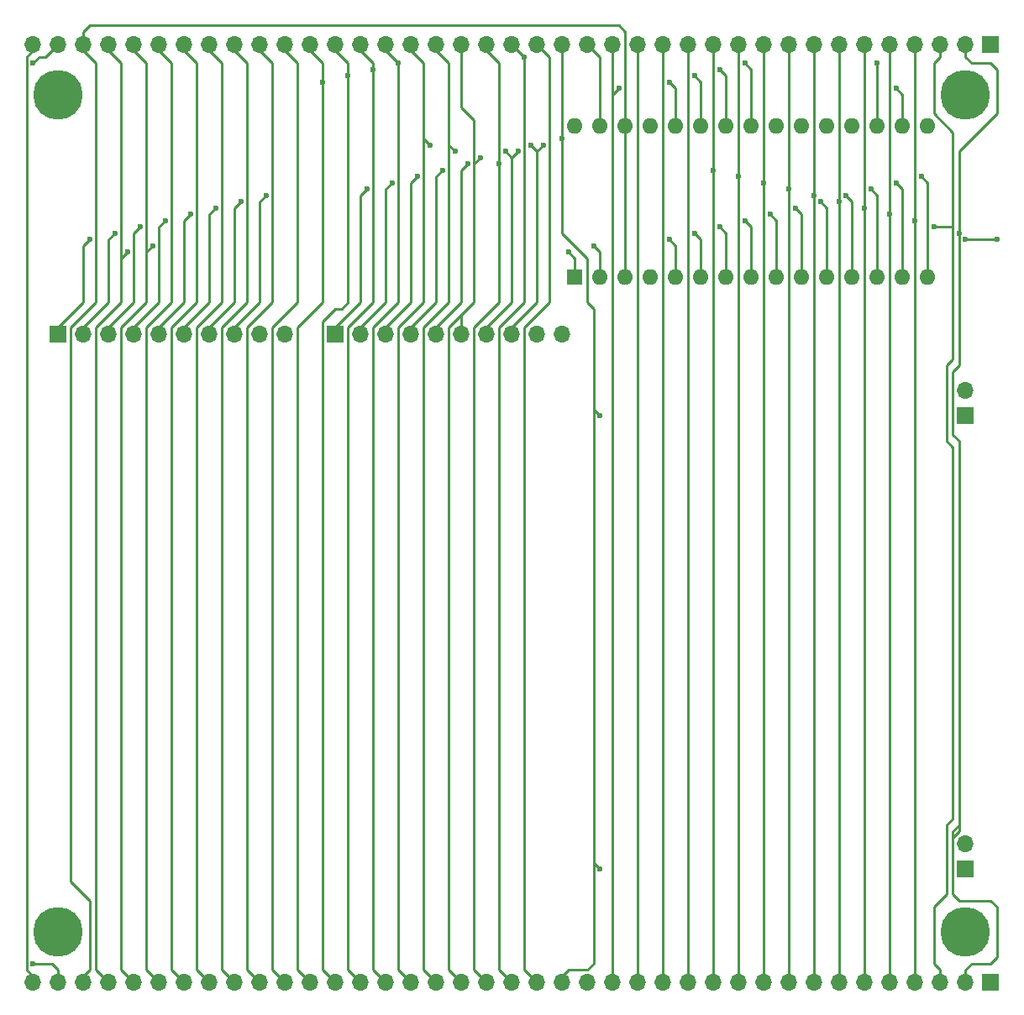
<source format=gtl>
G04 #@! TF.GenerationSoftware,KiCad,Pcbnew,(5.1.5)-3*
G04 #@! TF.CreationDate,2020-03-10T22:42:51+01:00*
G04 #@! TF.ProjectId,PP Arduino,50502041-7264-4756-996e-6f2e6b696361,rev?*
G04 #@! TF.SameCoordinates,Original*
G04 #@! TF.FileFunction,Copper,L1,Top*
G04 #@! TF.FilePolarity,Positive*
%FSLAX46Y46*%
G04 Gerber Fmt 4.6, Leading zero omitted, Abs format (unit mm)*
G04 Created by KiCad (PCBNEW (5.1.5)-3) date 2020-03-10 22:42:51*
%MOMM*%
%LPD*%
G04 APERTURE LIST*
%ADD10R,1.700000X1.700000*%
%ADD11O,1.700000X1.700000*%
%ADD12C,5.000000*%
%ADD13R,1.600000X1.600000*%
%ADD14O,1.600000X1.600000*%
%ADD15C,0.600000*%
%ADD16C,0.250000*%
G04 APERTURE END LIST*
D10*
X198120000Y-145415000D03*
D11*
X195580000Y-145415000D03*
X193040000Y-145415000D03*
X190500000Y-145415000D03*
X187960000Y-145415000D03*
X185420000Y-145415000D03*
X182880000Y-145415000D03*
X180340000Y-145415000D03*
X177800000Y-145415000D03*
X175260000Y-145415000D03*
X172720000Y-145415000D03*
X170180000Y-145415000D03*
X167640000Y-145415000D03*
X165100000Y-145415000D03*
X162560000Y-145415000D03*
X160020000Y-145415000D03*
X157480000Y-145415000D03*
X154940000Y-145415000D03*
X152400000Y-145415000D03*
X149860000Y-145415000D03*
X147320000Y-145415000D03*
X144780000Y-145415000D03*
X142240000Y-145415000D03*
X139700000Y-145415000D03*
X137160000Y-145415000D03*
X134620000Y-145415000D03*
X132080000Y-145415000D03*
X129540000Y-145415000D03*
X127000000Y-145415000D03*
X124460000Y-145415000D03*
X121920000Y-145415000D03*
X119380000Y-145415000D03*
X116840000Y-145415000D03*
X114300000Y-145415000D03*
X111760000Y-145415000D03*
X109220000Y-145415000D03*
X106680000Y-145415000D03*
X104140000Y-145415000D03*
X101600000Y-145415000D03*
D12*
X104140000Y-140335000D03*
X195580000Y-140335000D03*
X195580000Y-55880000D03*
X104140000Y-55880000D03*
D10*
X198120000Y-50800000D03*
D11*
X195580000Y-50800000D03*
X193040000Y-50800000D03*
X190500000Y-50800000D03*
X187960000Y-50800000D03*
X185420000Y-50800000D03*
X182880000Y-50800000D03*
X180340000Y-50800000D03*
X177800000Y-50800000D03*
X175260000Y-50800000D03*
X172720000Y-50800000D03*
X170180000Y-50800000D03*
X167640000Y-50800000D03*
X165100000Y-50800000D03*
X162560000Y-50800000D03*
X160020000Y-50800000D03*
X157480000Y-50800000D03*
X154940000Y-50800000D03*
X152400000Y-50800000D03*
X149860000Y-50800000D03*
X147320000Y-50800000D03*
X144780000Y-50800000D03*
X142240000Y-50800000D03*
X139700000Y-50800000D03*
X137160000Y-50800000D03*
X134620000Y-50800000D03*
X132080000Y-50800000D03*
X129540000Y-50800000D03*
X127000000Y-50800000D03*
X124460000Y-50800000D03*
X121920000Y-50800000D03*
X119380000Y-50800000D03*
X116840000Y-50800000D03*
X114300000Y-50800000D03*
X111760000Y-50800000D03*
X109220000Y-50800000D03*
X106680000Y-50800000D03*
X104140000Y-50800000D03*
X101600000Y-50800000D03*
D10*
X104140000Y-80010000D03*
D11*
X106680000Y-80010000D03*
X109220000Y-80010000D03*
X111760000Y-80010000D03*
X114300000Y-80010000D03*
X116840000Y-80010000D03*
X119380000Y-80010000D03*
X121920000Y-80010000D03*
X124460000Y-80010000D03*
X127000000Y-80010000D03*
D10*
X132080000Y-80010000D03*
D11*
X134620000Y-80010000D03*
X137160000Y-80010000D03*
X139700000Y-80010000D03*
X142240000Y-80010000D03*
X144780000Y-80010000D03*
X147320000Y-80010000D03*
X149860000Y-80010000D03*
X152400000Y-80010000D03*
X154940000Y-80010000D03*
D10*
X195580000Y-133985000D03*
D11*
X195580000Y-131445000D03*
D10*
X195580000Y-88265000D03*
D11*
X195580000Y-85725000D03*
D13*
X156210000Y-74295000D03*
D14*
X189230000Y-59055000D03*
X158750000Y-74295000D03*
X186690000Y-59055000D03*
X161290000Y-74295000D03*
X184150000Y-59055000D03*
X163830000Y-74295000D03*
X181610000Y-59055000D03*
X166370000Y-74295000D03*
X179070000Y-59055000D03*
X168910000Y-74295000D03*
X176530000Y-59055000D03*
X171450000Y-74295000D03*
X173990000Y-59055000D03*
X173990000Y-74295000D03*
X171450000Y-59055000D03*
X176530000Y-74295000D03*
X168910000Y-59055000D03*
X179070000Y-74295000D03*
X166370000Y-59055000D03*
X181610000Y-74295000D03*
X163830000Y-59055000D03*
X184150000Y-74295000D03*
X161290000Y-59055000D03*
X186690000Y-74295000D03*
X158750000Y-59055000D03*
X189230000Y-74295000D03*
X156210000Y-59055000D03*
X191770000Y-74295000D03*
X191770000Y-59055000D03*
D15*
X154940000Y-60325000D03*
X158750000Y-133985000D03*
X158750000Y-88265000D03*
X165735000Y-54610000D03*
X130810000Y-54610000D03*
X168275000Y-53975000D03*
X133350000Y-53975000D03*
X170815000Y-53340000D03*
X135890000Y-53340000D03*
X138430000Y-52705000D03*
X173355000Y-52705000D03*
X141605000Y-60960000D03*
X151765000Y-60960000D03*
X153035000Y-60960000D03*
X144145000Y-61595000D03*
X149225000Y-61595000D03*
X150495000Y-61595000D03*
X146685000Y-62230000D03*
X145415000Y-62865000D03*
X148590000Y-62865000D03*
X195580000Y-70485000D03*
X198755000Y-70485000D03*
X107315000Y-70485000D03*
X165735000Y-70485000D03*
X194945000Y-69850000D03*
X168275000Y-69850000D03*
X109855000Y-69850000D03*
X170815000Y-69215000D03*
X192405000Y-69215000D03*
X112395000Y-69215000D03*
X114935000Y-68580000D03*
X190500000Y-68580000D03*
X173355000Y-68580000D03*
X175895000Y-67945000D03*
X117475000Y-67945000D03*
X187960000Y-67945000D03*
X178435000Y-67310000D03*
X120015000Y-67310000D03*
X185420000Y-67310000D03*
X111125000Y-71755000D03*
X155575000Y-71755000D03*
X113665000Y-71120000D03*
X158115000Y-71120000D03*
X151130000Y-52070000D03*
X186690000Y-52705000D03*
X180975000Y-66675000D03*
X122555000Y-66675000D03*
X182880000Y-66675000D03*
X183515000Y-66040000D03*
X125095000Y-66040000D03*
X180340000Y-66040000D03*
X186055000Y-65405000D03*
X135255000Y-65405000D03*
X177800000Y-65405000D03*
X188595000Y-64770000D03*
X137795000Y-64770000D03*
X175260000Y-64770000D03*
X191135000Y-64135000D03*
X140335000Y-64135000D03*
X172720000Y-64135000D03*
X142875000Y-63500000D03*
X170180000Y-63500000D03*
X101600000Y-143510000D03*
X101600000Y-52705000D03*
X188595000Y-55245000D03*
X160655000Y-55245000D03*
D16*
X158750000Y-59055000D02*
X158750000Y-52070000D01*
X158750000Y-52070000D02*
X157480000Y-50800000D01*
X154940000Y-50800000D02*
X154940000Y-60325000D01*
X154940000Y-60325000D02*
X154940000Y-69850000D01*
X154940000Y-69850000D02*
X157480000Y-72390000D01*
X158115000Y-87630000D02*
X158115000Y-77470000D01*
X158115000Y-77470000D02*
X157480000Y-76835000D01*
X157480000Y-76835000D02*
X157480000Y-72390000D01*
X154940000Y-145415000D02*
X154940000Y-144780000D01*
X154940000Y-144780000D02*
X155575000Y-144145000D01*
X158115000Y-143510000D02*
X158115000Y-142875000D01*
X157480000Y-144145000D02*
X158115000Y-143510000D01*
X155575000Y-144145000D02*
X157480000Y-144145000D01*
X158115000Y-133350000D02*
X158115000Y-142875000D01*
X158115000Y-87630000D02*
X158115000Y-133350000D01*
X158115000Y-133350000D02*
X158750000Y-133985000D01*
X158115000Y-87630000D02*
X158750000Y-88265000D01*
X166370000Y-55245000D02*
X165735000Y-54610000D01*
X166370000Y-55245000D02*
X166370000Y-59055000D01*
X128270000Y-79375000D02*
X128270000Y-144145000D01*
X128270000Y-144145000D02*
X129540000Y-145415000D01*
X130810000Y-64770000D02*
X130810000Y-76835000D01*
X130810000Y-76835000D02*
X128270000Y-79375000D01*
X129540000Y-51435000D02*
X130810000Y-52705000D01*
X130810000Y-62865000D02*
X130810000Y-64135000D01*
X130810000Y-52705000D02*
X130810000Y-54610000D01*
X130810000Y-54610000D02*
X130810000Y-62865000D01*
X130810000Y-64135000D02*
X130810000Y-64770000D01*
X129540000Y-50800000D02*
X129540000Y-51435000D01*
X168910000Y-54610000D02*
X168275000Y-53975000D01*
X168910000Y-54610000D02*
X168910000Y-59055000D01*
X132080000Y-77470000D02*
X132715000Y-77470000D01*
X132715000Y-77470000D02*
X133350000Y-76835000D01*
X130810000Y-83185000D02*
X130810000Y-78740000D01*
X130810000Y-144145000D02*
X132080000Y-145415000D01*
X130810000Y-83185000D02*
X130810000Y-144145000D01*
X130810000Y-78740000D02*
X132080000Y-77470000D01*
X133350000Y-64770000D02*
X133350000Y-76835000D01*
X133350000Y-62865000D02*
X133350000Y-63500000D01*
X133350000Y-63500000D02*
X133350000Y-64770000D01*
X133350000Y-52705000D02*
X133350000Y-53975000D01*
X133350000Y-53975000D02*
X133350000Y-62865000D01*
X132080000Y-51435000D02*
X133350000Y-52705000D01*
X132080000Y-50800000D02*
X132080000Y-51435000D01*
X171450000Y-53975000D02*
X170815000Y-53340000D01*
X171450000Y-53975000D02*
X171450000Y-59055000D01*
X134620000Y-145415000D02*
X133350000Y-144145000D01*
X135890000Y-76200000D02*
X135890000Y-76835000D01*
X135890000Y-52705000D02*
X135890000Y-53340000D01*
X135890000Y-53340000D02*
X135890000Y-76200000D01*
X135890000Y-52705000D02*
X134620000Y-51435000D01*
X135890000Y-76835000D02*
X133350000Y-79375000D01*
X133350000Y-144145000D02*
X133350000Y-79375000D01*
X134620000Y-50800000D02*
X134620000Y-51435000D01*
X173990000Y-59055000D02*
X173990000Y-53340000D01*
X173990000Y-53340000D02*
X173355000Y-52705000D01*
X135890000Y-79375000D02*
X135890000Y-144145000D01*
X138430000Y-76835000D02*
X135890000Y-79375000D01*
X137160000Y-51435000D02*
X138430000Y-52705000D01*
X138430000Y-52705000D02*
X138430000Y-76200000D01*
X138430000Y-76200000D02*
X138430000Y-76835000D01*
X135890000Y-144145000D02*
X137160000Y-145415000D01*
X137160000Y-50800000D02*
X137160000Y-51435000D01*
X152400000Y-61595000D02*
X151765000Y-60960000D01*
X141605000Y-60960000D02*
X140970000Y-60325000D01*
X152400000Y-76835000D02*
X152400000Y-61595000D01*
X152400000Y-76835000D02*
X149860000Y-79375000D01*
X153035000Y-60960000D02*
X152400000Y-61595000D01*
X149860000Y-80010000D02*
X149860000Y-79375000D01*
X138430000Y-79375000D02*
X138430000Y-144145000D01*
X138430000Y-144145000D02*
X139700000Y-145415000D01*
X140970000Y-62230000D02*
X140970000Y-76835000D01*
X140970000Y-60325000D02*
X140970000Y-62230000D01*
X140970000Y-76835000D02*
X138430000Y-79375000D01*
X140970000Y-52705000D02*
X140970000Y-60325000D01*
X139700000Y-51435000D02*
X140970000Y-52705000D01*
X139700000Y-50800000D02*
X139700000Y-51435000D01*
X149860000Y-62230000D02*
X149225000Y-61595000D01*
X144145000Y-61595000D02*
X143510000Y-60960000D01*
X147320000Y-80010000D02*
X147320000Y-79375000D01*
X147320000Y-79375000D02*
X149860000Y-76835000D01*
X149860000Y-76835000D02*
X149860000Y-62230000D01*
X149860000Y-62230000D02*
X150495000Y-61595000D01*
X142240000Y-145415000D02*
X140970000Y-144145000D01*
X140970000Y-144145000D02*
X140970000Y-79375000D01*
X143510000Y-60960000D02*
X143510000Y-76835000D01*
X143510000Y-76835000D02*
X140970000Y-79375000D01*
X143510000Y-52705000D02*
X143510000Y-60960000D01*
X143510000Y-52705000D02*
X142240000Y-51435000D01*
X142240000Y-50800000D02*
X142240000Y-51435000D01*
X146050000Y-62865000D02*
X146685000Y-62230000D01*
X144780000Y-80010000D02*
X144780000Y-78105000D01*
X144780000Y-57150000D02*
X144780000Y-50800000D01*
X143510000Y-79375000D02*
X143510000Y-144145000D01*
X143510000Y-144145000D02*
X144780000Y-145415000D01*
X146050000Y-76835000D02*
X144780000Y-78105000D01*
X144780000Y-78105000D02*
X143510000Y-79375000D01*
X144780000Y-50800000D02*
X144780000Y-51435000D01*
X144780000Y-57150000D02*
X146050000Y-58420000D01*
X146050000Y-58420000D02*
X146050000Y-62865000D01*
X146050000Y-62865000D02*
X146050000Y-76835000D01*
X142240000Y-80010000D02*
X142240000Y-79375000D01*
X142240000Y-79375000D02*
X144780000Y-76835000D01*
X144780000Y-76835000D02*
X144780000Y-63500000D01*
X144780000Y-63500000D02*
X145415000Y-62865000D01*
X147320000Y-50165000D02*
X147320000Y-50800000D01*
X146050000Y-79375000D02*
X146050000Y-144145000D01*
X148590000Y-76835000D02*
X146050000Y-79375000D01*
X148590000Y-52705000D02*
X148590000Y-62865000D01*
X148590000Y-62865000D02*
X148590000Y-76835000D01*
X147320000Y-51435000D02*
X148590000Y-52705000D01*
X146050000Y-144145000D02*
X147320000Y-145415000D01*
X147320000Y-50800000D02*
X147320000Y-51435000D01*
X198755000Y-70485000D02*
X198120000Y-70485000D01*
X195580000Y-70485000D02*
X198120000Y-70485000D01*
X104140000Y-80010000D02*
X104140000Y-79375000D01*
X104140000Y-79375000D02*
X106680000Y-76835000D01*
X106680000Y-71120000D02*
X107315000Y-70485000D01*
X106680000Y-76835000D02*
X106680000Y-71120000D01*
X166370000Y-71120000D02*
X166370000Y-74295000D01*
X165735000Y-70485000D02*
X166370000Y-71120000D01*
X194310000Y-84455000D02*
X194310000Y-83820000D01*
X194945000Y-83185000D02*
X194945000Y-69850000D01*
X194945000Y-90805000D02*
X194945000Y-129540000D01*
X194310000Y-90170000D02*
X194945000Y-90805000D01*
X194310000Y-84455000D02*
X194310000Y-90170000D01*
X194310000Y-83820000D02*
X194945000Y-83185000D01*
X194945000Y-129540000D02*
X194310000Y-130175000D01*
X198120000Y-137160000D02*
X198755000Y-137795000D01*
X194945000Y-137160000D02*
X198120000Y-137160000D01*
X194310000Y-136525000D02*
X194945000Y-137160000D01*
X194310000Y-130175000D02*
X194310000Y-136525000D01*
X194945000Y-129540000D02*
X194945000Y-130175000D01*
X194945000Y-69850000D02*
X194945000Y-61595000D01*
X195580000Y-50800000D02*
X195580000Y-52070000D01*
X198755000Y-53340000D02*
X198755000Y-57785000D01*
X198120000Y-52705000D02*
X198755000Y-53340000D01*
X196215000Y-52705000D02*
X198120000Y-52705000D01*
X195580000Y-52070000D02*
X196215000Y-52705000D01*
X198755000Y-57785000D02*
X197485000Y-59055000D01*
X196850000Y-59690000D02*
X194945000Y-61595000D01*
X197485000Y-59055000D02*
X196850000Y-59690000D01*
X194945000Y-130175000D02*
X194310000Y-130810000D01*
X109220000Y-70485000D02*
X109220000Y-76835000D01*
X168910000Y-70485000D02*
X168275000Y-69850000D01*
X109855000Y-69850000D02*
X109220000Y-70485000D01*
X168910000Y-74295000D02*
X168910000Y-70485000D01*
X109220000Y-76835000D02*
X106680000Y-79375000D01*
X106680000Y-79375000D02*
X106680000Y-80010000D01*
X198755000Y-142875000D02*
X198120000Y-143510000D01*
X198120000Y-143510000D02*
X196215000Y-143510000D01*
X196215000Y-143510000D02*
X195580000Y-144145000D01*
X195580000Y-144145000D02*
X195580000Y-145415000D01*
X198755000Y-137795000D02*
X198755000Y-142875000D01*
X193675000Y-83820000D02*
X193675000Y-83185000D01*
X193675000Y-83185000D02*
X194310000Y-82550000D01*
X193675000Y-130175000D02*
X193675000Y-129540000D01*
X193675000Y-129540000D02*
X194310000Y-128905000D01*
X193675000Y-136525000D02*
X193040000Y-137160000D01*
X193675000Y-130175000D02*
X193675000Y-136525000D01*
X194310000Y-91440000D02*
X194310000Y-128905000D01*
X194310000Y-69215000D02*
X194310000Y-82550000D01*
X193675000Y-83820000D02*
X193675000Y-90805000D01*
X193675000Y-90805000D02*
X194310000Y-91440000D01*
X193040000Y-144145000D02*
X193040000Y-145415000D01*
X193040000Y-137160000D02*
X192405000Y-137795000D01*
X192405000Y-137795000D02*
X192405000Y-143510000D01*
X192405000Y-143510000D02*
X193040000Y-144145000D01*
X194310000Y-59690000D02*
X194310000Y-69215000D01*
X171450000Y-74295000D02*
X171450000Y-69850000D01*
X171450000Y-69850000D02*
X170815000Y-69215000D01*
X192405000Y-69215000D02*
X194310000Y-69215000D01*
X111760000Y-69850000D02*
X112395000Y-69215000D01*
X111760000Y-76835000D02*
X111760000Y-69850000D01*
X109220000Y-79375000D02*
X111760000Y-76835000D01*
X109220000Y-80010000D02*
X109220000Y-79375000D01*
X192405000Y-57785000D02*
X194310000Y-59690000D01*
X193040000Y-50800000D02*
X193040000Y-52070000D01*
X192405000Y-52705000D02*
X192405000Y-57785000D01*
X193040000Y-52070000D02*
X192405000Y-52705000D01*
X114300000Y-69215000D02*
X114300000Y-76835000D01*
X114935000Y-68580000D02*
X114300000Y-69215000D01*
X114300000Y-76835000D02*
X111760000Y-79375000D01*
X111760000Y-79375000D02*
X111760000Y-80010000D01*
X173990000Y-74295000D02*
X173990000Y-69215000D01*
X173990000Y-69215000D02*
X173355000Y-68580000D01*
X190500000Y-91440000D02*
X190500000Y-68580000D01*
X190500000Y-68580000D02*
X190500000Y-53975000D01*
X190500000Y-91440000D02*
X190500000Y-93345000D01*
X190500000Y-145415000D02*
X190500000Y-97155000D01*
X190500000Y-97155000D02*
X190500000Y-93345000D01*
X190500000Y-53975000D02*
X190500000Y-50800000D01*
X176530000Y-74295000D02*
X176530000Y-68580000D01*
X176530000Y-68580000D02*
X175895000Y-67945000D01*
X116840000Y-68580000D02*
X117475000Y-67945000D01*
X116840000Y-76835000D02*
X116840000Y-68580000D01*
X116840000Y-76835000D02*
X114300000Y-79375000D01*
X114300000Y-80010000D02*
X114300000Y-79375000D01*
X187960000Y-53340000D02*
X187960000Y-67945000D01*
X187960000Y-67945000D02*
X187960000Y-90170000D01*
X187960000Y-90170000D02*
X187960000Y-92075000D01*
X187960000Y-93345000D02*
X187960000Y-92075000D01*
X187960000Y-145415000D02*
X187960000Y-93345000D01*
X187960000Y-53340000D02*
X187960000Y-50800000D01*
X179070000Y-74295000D02*
X179070000Y-67945000D01*
X179070000Y-67945000D02*
X178435000Y-67310000D01*
X116840000Y-80010000D02*
X116840000Y-79375000D01*
X116840000Y-79375000D02*
X119380000Y-76835000D01*
X119380000Y-76835000D02*
X119380000Y-67945000D01*
X119380000Y-67945000D02*
X120015000Y-67310000D01*
X185420000Y-52705000D02*
X185420000Y-67310000D01*
X185420000Y-67310000D02*
X185420000Y-88900000D01*
X185420000Y-90805000D02*
X185420000Y-88900000D01*
X185420000Y-145415000D02*
X185420000Y-90805000D01*
X185420000Y-52705000D02*
X185420000Y-50800000D01*
X161290000Y-59055000D02*
X161290000Y-49530000D01*
X106680000Y-49530000D02*
X106680000Y-50800000D01*
X107315000Y-48895000D02*
X106680000Y-49530000D01*
X160655000Y-48895000D02*
X107315000Y-48895000D01*
X161290000Y-49530000D02*
X160655000Y-48895000D01*
X161290000Y-74295000D02*
X161290000Y-59055000D01*
X106680000Y-145415000D02*
X106680000Y-144780000D01*
X106680000Y-144780000D02*
X107315000Y-144145000D01*
X107315000Y-144145000D02*
X107315000Y-143510000D01*
X107315000Y-142875000D02*
X107315000Y-143510000D01*
X107315000Y-137160000D02*
X105410000Y-135255000D01*
X107315000Y-142875000D02*
X107315000Y-137160000D01*
X105410000Y-135255000D02*
X105410000Y-79375000D01*
X107950000Y-76835000D02*
X105410000Y-79375000D01*
X107950000Y-52705000D02*
X107950000Y-76835000D01*
X107950000Y-52705000D02*
X106680000Y-51435000D01*
X106680000Y-50800000D02*
X106680000Y-51435000D01*
X100965000Y-52070000D02*
X100965000Y-144145000D01*
X101600000Y-51435000D02*
X100965000Y-52070000D01*
X100965000Y-144145000D02*
X101600000Y-144780000D01*
X101600000Y-144780000D02*
X101600000Y-145415000D01*
X101600000Y-50800000D02*
X101600000Y-51435000D01*
X156210000Y-74295000D02*
X156210000Y-72390000D01*
X111125000Y-71755000D02*
X110490000Y-72390000D01*
X156210000Y-72390000D02*
X155575000Y-71755000D01*
X109220000Y-145415000D02*
X107950000Y-144145000D01*
X107950000Y-144145000D02*
X107950000Y-143510000D01*
X109220000Y-144780000D02*
X109220000Y-145415000D01*
X107950000Y-79375000D02*
X107950000Y-143510000D01*
X109220000Y-51435000D02*
X110490000Y-52705000D01*
X110490000Y-52705000D02*
X110490000Y-72390000D01*
X110490000Y-72390000D02*
X110490000Y-76835000D01*
X110490000Y-76835000D02*
X107950000Y-79375000D01*
X109220000Y-50800000D02*
X109220000Y-51435000D01*
X158750000Y-74295000D02*
X158750000Y-71755000D01*
X113665000Y-71120000D02*
X113030000Y-71755000D01*
X158750000Y-71755000D02*
X158115000Y-71120000D01*
X110490000Y-79375000D02*
X110490000Y-144145000D01*
X113030000Y-76835000D02*
X110490000Y-79375000D01*
X113030000Y-52705000D02*
X113030000Y-71755000D01*
X113030000Y-71755000D02*
X113030000Y-76835000D01*
X111760000Y-51435000D02*
X113030000Y-52705000D01*
X110490000Y-144145000D02*
X111760000Y-145415000D01*
X111760000Y-50800000D02*
X111760000Y-51435000D01*
X186690000Y-59055000D02*
X186690000Y-52705000D01*
X148590000Y-79375000D02*
X148590000Y-144145000D01*
X151130000Y-52070000D02*
X151130000Y-53975000D01*
X151130000Y-53975000D02*
X151130000Y-76835000D01*
X151130000Y-76835000D02*
X148590000Y-79375000D01*
X149860000Y-50800000D02*
X151130000Y-52070000D01*
X148590000Y-144145000D02*
X149860000Y-145415000D01*
X181610000Y-74295000D02*
X181610000Y-67310000D01*
X181610000Y-67310000D02*
X180975000Y-66675000D01*
X119380000Y-80010000D02*
X119380000Y-79375000D01*
X119380000Y-79375000D02*
X121920000Y-76835000D01*
X121920000Y-76835000D02*
X121920000Y-67310000D01*
X121920000Y-67310000D02*
X122555000Y-66675000D01*
X182880000Y-87630000D02*
X182880000Y-66675000D01*
X182880000Y-66675000D02*
X182880000Y-52070000D01*
X182880000Y-89535000D02*
X182880000Y-87630000D01*
X182880000Y-90170000D02*
X182880000Y-145415000D01*
X182880000Y-90170000D02*
X182880000Y-89535000D01*
X182880000Y-52070000D02*
X182880000Y-50800000D01*
X184150000Y-66675000D02*
X184150000Y-74295000D01*
X183515000Y-66040000D02*
X184150000Y-66675000D01*
X121920000Y-80010000D02*
X121920000Y-79375000D01*
X121920000Y-79375000D02*
X124460000Y-76835000D01*
X124460000Y-76835000D02*
X124460000Y-66675000D01*
X124460000Y-66675000D02*
X125095000Y-66040000D01*
X180340000Y-50800000D02*
X180340000Y-66040000D01*
X180340000Y-66040000D02*
X180340000Y-86360000D01*
X180340000Y-88265000D02*
X180340000Y-86360000D01*
X180340000Y-89535000D02*
X180340000Y-88265000D01*
X180340000Y-145415000D02*
X180340000Y-89535000D01*
X186690000Y-66040000D02*
X186690000Y-74295000D01*
X186055000Y-65405000D02*
X186690000Y-66040000D01*
X132080000Y-80010000D02*
X132080000Y-79375000D01*
X132080000Y-79375000D02*
X134620000Y-76835000D01*
X134620000Y-76835000D02*
X134620000Y-66040000D01*
X134620000Y-66040000D02*
X135255000Y-65405000D01*
X177800000Y-50800000D02*
X177800000Y-65405000D01*
X177800000Y-65405000D02*
X177800000Y-85090000D01*
X177800000Y-86995000D02*
X177800000Y-85090000D01*
X177800000Y-145415000D02*
X177800000Y-86995000D01*
X177800000Y-51435000D02*
X177800000Y-50800000D01*
X189230000Y-65405000D02*
X189230000Y-74295000D01*
X188595000Y-64770000D02*
X189230000Y-65405000D01*
X134620000Y-80010000D02*
X134620000Y-79375000D01*
X134620000Y-79375000D02*
X137160000Y-76835000D01*
X137160000Y-76835000D02*
X137160000Y-65405000D01*
X137160000Y-65405000D02*
X137795000Y-64770000D01*
X175260000Y-86360000D02*
X175260000Y-64770000D01*
X175260000Y-64770000D02*
X175260000Y-50800000D01*
X175260000Y-90170000D02*
X175260000Y-86360000D01*
X175260000Y-145415000D02*
X175260000Y-90170000D01*
X191770000Y-64770000D02*
X191770000Y-74295000D01*
X191135000Y-64135000D02*
X191770000Y-64770000D01*
X137160000Y-80010000D02*
X137160000Y-79375000D01*
X137160000Y-79375000D02*
X139700000Y-76835000D01*
X139700000Y-76835000D02*
X139700000Y-64770000D01*
X139700000Y-64770000D02*
X140335000Y-64135000D01*
X172720000Y-53975000D02*
X172720000Y-64135000D01*
X172720000Y-64135000D02*
X172720000Y-90170000D01*
X172720000Y-145415000D02*
X172720000Y-90170000D01*
X172720000Y-53975000D02*
X172720000Y-50800000D01*
X139700000Y-80010000D02*
X139700000Y-79375000D01*
X139700000Y-79375000D02*
X142240000Y-76835000D01*
X142240000Y-76835000D02*
X142240000Y-64135000D01*
X142240000Y-64135000D02*
X142875000Y-63500000D01*
X170180000Y-88900000D02*
X170180000Y-63500000D01*
X170180000Y-63500000D02*
X170180000Y-53340000D01*
X170180000Y-145415000D02*
X170180000Y-88900000D01*
X170180000Y-53340000D02*
X170180000Y-50800000D01*
X167640000Y-52705000D02*
X167640000Y-87630000D01*
X167640000Y-145415000D02*
X167640000Y-87630000D01*
X167640000Y-52705000D02*
X167640000Y-50800000D01*
X165100000Y-86360000D02*
X165100000Y-52070000D01*
X165100000Y-145415000D02*
X165100000Y-86360000D01*
X165100000Y-52070000D02*
X165100000Y-50800000D01*
X162560000Y-50800000D02*
X162560000Y-85090000D01*
X162560000Y-145415000D02*
X162560000Y-85090000D01*
X162560000Y-50800000D02*
X162560000Y-51435000D01*
X151130000Y-79375000D02*
X151130000Y-144145000D01*
X153670000Y-52070000D02*
X153670000Y-76835000D01*
X153670000Y-76835000D02*
X151130000Y-79375000D01*
X152400000Y-50800000D02*
X153670000Y-52070000D01*
X151130000Y-144145000D02*
X152400000Y-145415000D01*
X128270000Y-52705000D02*
X128270000Y-60325000D01*
X128270000Y-60325000D02*
X128270000Y-62865000D01*
X125730000Y-79375000D02*
X125730000Y-144145000D01*
X128270000Y-76835000D02*
X125730000Y-79375000D01*
X127000000Y-51435000D02*
X128270000Y-52705000D01*
X128270000Y-62865000D02*
X128270000Y-76835000D01*
X125730000Y-144145000D02*
X127000000Y-145415000D01*
X127000000Y-50800000D02*
X127000000Y-51435000D01*
X123190000Y-79375000D02*
X123190000Y-144145000D01*
X125730000Y-76835000D02*
X123190000Y-79375000D01*
X125730000Y-62865000D02*
X125730000Y-52705000D01*
X124460000Y-51435000D02*
X125730000Y-52705000D01*
X125730000Y-62865000D02*
X125730000Y-64135000D01*
X125730000Y-64135000D02*
X125730000Y-76835000D01*
X123190000Y-144145000D02*
X124460000Y-145415000D01*
X124460000Y-50800000D02*
X124460000Y-51435000D01*
X120650000Y-79375000D02*
X120650000Y-144145000D01*
X123190000Y-76835000D02*
X120650000Y-79375000D01*
X123190000Y-52705000D02*
X123190000Y-63500000D01*
X123190000Y-63500000D02*
X123190000Y-76835000D01*
X121920000Y-51435000D02*
X123190000Y-52705000D01*
X120650000Y-144145000D02*
X121920000Y-145415000D01*
X121920000Y-50800000D02*
X121920000Y-51435000D01*
X118110000Y-79375000D02*
X118110000Y-144145000D01*
X120650000Y-76835000D02*
X118110000Y-79375000D01*
X119380000Y-51435000D02*
X120650000Y-52705000D01*
X120650000Y-52705000D02*
X120650000Y-62865000D01*
X120650000Y-62865000D02*
X120650000Y-73660000D01*
X120650000Y-73660000D02*
X120650000Y-76835000D01*
X118110000Y-144145000D02*
X119380000Y-145415000D01*
X119380000Y-50800000D02*
X119380000Y-51435000D01*
X115570000Y-79375000D02*
X115570000Y-144145000D01*
X118110000Y-76835000D02*
X115570000Y-79375000D01*
X118110000Y-52705000D02*
X118110000Y-62230000D01*
X118110000Y-62230000D02*
X118110000Y-76835000D01*
X116840000Y-51435000D02*
X118110000Y-52705000D01*
X115570000Y-144145000D02*
X116840000Y-145415000D01*
X116840000Y-50800000D02*
X116840000Y-51435000D01*
X113030000Y-79375000D02*
X113030000Y-144145000D01*
X115570000Y-76835000D02*
X113030000Y-79375000D01*
X115570000Y-52705000D02*
X115570000Y-61595000D01*
X115570000Y-61595000D02*
X115570000Y-76835000D01*
X114300000Y-51435000D02*
X115570000Y-52705000D01*
X113030000Y-144145000D02*
X114300000Y-145415000D01*
X114300000Y-50800000D02*
X114300000Y-51435000D01*
X101600000Y-143510000D02*
X103505000Y-143510000D01*
X103505000Y-143510000D02*
X104140000Y-144145000D01*
X104140000Y-144145000D02*
X104140000Y-145415000D01*
X104140000Y-50800000D02*
X102870000Y-52070000D01*
X102235000Y-52070000D02*
X101600000Y-52705000D01*
X102870000Y-52070000D02*
X102235000Y-52070000D01*
X104140000Y-145415000D02*
X104140000Y-144780000D01*
X160020000Y-55880000D02*
X160655000Y-55245000D01*
X189230000Y-55880000D02*
X189230000Y-59055000D01*
X188595000Y-55245000D02*
X189230000Y-55880000D01*
X160020000Y-50800000D02*
X160020000Y-51435000D01*
X160020000Y-50800000D02*
X160020000Y-55880000D01*
X160020000Y-55880000D02*
X160020000Y-90170000D01*
X160020000Y-90170000D02*
X160020000Y-145415000D01*
X160020000Y-50800000D02*
X160020000Y-51435000D01*
M02*

</source>
